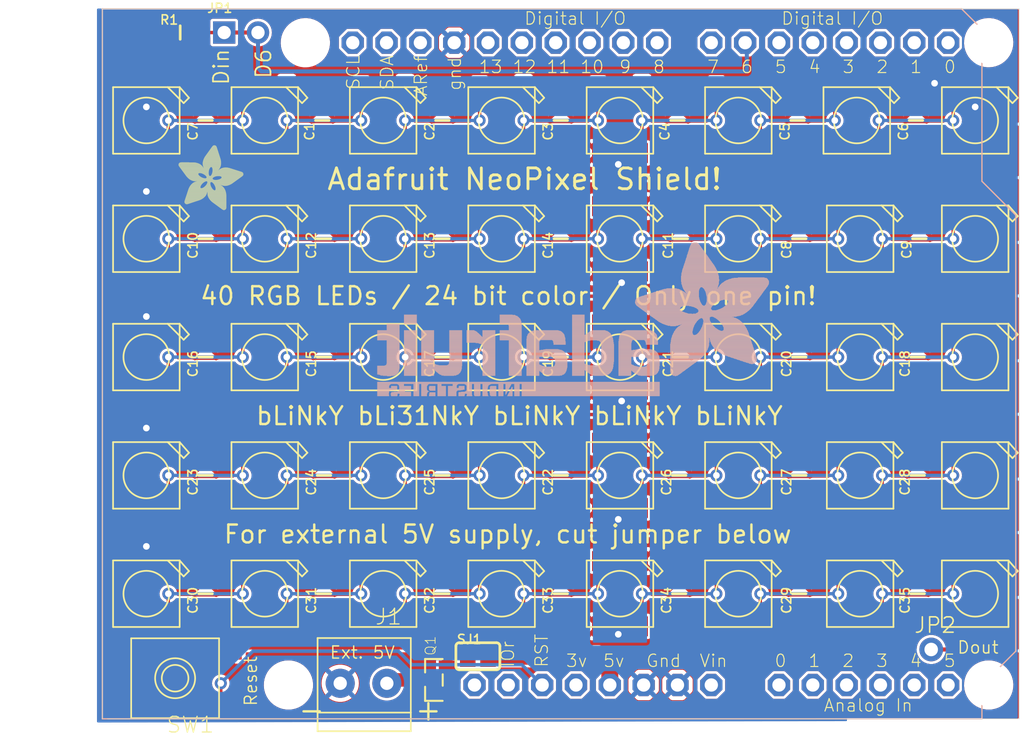
<source format=kicad_pcb>
(kicad_pcb (version 20221018) (generator pcbnew)
  (layers (0 "F.Cu" signal) (31 "B.Cu" signal) (34 "B.Paste" user) (35 "F.Paste" user) (36 "B.SilkS" user "B.Silkscreen") (37 "F.SilkS" user "F.Silkscreen") (38 "B.Mask" user) (39 "F.Mask" user) (44 "Edge.Cuts" user))
  (net 0 "")
  (net 1 "N$1")
  (net 2 "N$2")
  (net 3 "N$3")
  (net 4 "N$4")
  (net 5 "N$5")
  (net 6 "N$6")
  (net 7 "N$7")
  (net 8 "+5V")
  (net 9 "GND")
  (net 10 "3V")
  (net 11 "N$8")
  (net 12 "N$9")
  (net 13 "N$10")
  (net 14 "N$11")
  (net 15 "N$12")
  (net 16 "N$13")
  (net 17 "N$14")
  (net 18 "N$15")
  (net 19 "N$16")
  (net 20 "N$17")
  (net 21 "N$18")
  (net 22 "N$19")
  (net 23 "N$20")
  (net 24 "N$21")
  (net 25 "N$22")
  (net 26 "N$23")
  (net 27 "N$24")
  (net 28 "N$25")
  (net 29 "N$26")
  (net 30 "N$27")
  (net 31 "N$28")
  (net 32 "N$29")
  (net 33 "N$30")
  (net 34 "N$31")
  (net 35 "N$32")
  (net 36 "N$33")
  (net 37 "N$34")
  (net 38 "N$35")
  (net 39 "N$36")
  (net 40 "N$37")
  (net 41 "N$38")
  (net 42 "N$39")
  (net 43 "N$40")
  (net 44 "N$43")
  (net 45 "N$42")
  (net 46 "VIN")
  (net 47 "N$41")
  (net 48 "PWRIN")
  (net 49 "N$44")
  (footprint "working:_0805NO" (layer "F.Cu") (at 175.2981 113.3856 90)
    (fp_text reference "C28")
    (fp_text value "")
  )
  (footprint "working:_0805NO" (layer "F.Cu") (at 130.7211 104.4956 90)
    (fp_text reference "C15")
    (fp_text value "")
  )
  (footprint "working:_0805NO" (layer "F.Cu") (at 119.9261 80.1116)
    (fp_text reference "R1")
    (fp_text value "")
  )
  (footprint "" (layer "F.Cu") (at 180.6321 129.1336)
    (fp_text reference "@HOLE3" hide)
    (fp_text value "")
  )
  (footprint "working:_0805NO" (layer "F.Cu") (at 130.7211 95.6056 90)
    (fp_text reference "C12")
    (fp_text value "")
  )
  (footprint "working:_0805NO" (layer "F.Cu") (at 157.5181 95.6056 90)
    (fp_text reference "C11")
    (fp_text value "")
  )
  (footprint "working:_0805NO" (layer "F.Cu") (at 148.5011 122.2756 90)
    (fp_text reference "C33")
    (fp_text value "")
  )
  (footprint "working:_0805NO" (layer "F.Cu") (at 139.6111 104.4956 90)
    (fp_text reference "C17")
    (fp_text value "")
  )
  (footprint "working:_0805NO" (layer "F.Cu") (at 148.5011 86.7156 90)
    (fp_text reference "C3")
    (fp_text value "")
  )
  (footprint "working:_0805NO" (layer "F.Cu") (at 166.4081 113.3856 90)
    (fp_text reference "C27")
    (fp_text value "")
  )
  (footprint "working:_0805NO" (layer "F.Cu") (at 148.5011 95.6056 90)
    (fp_text reference "C14")
    (fp_text value "")
  )
  (footprint "working:SOT23-WIDE" (layer "F.Cu") (at 138.9761 128.7526 90)
    (fp_text reference "Q1")
    (fp_text value "IRLML6401")
  )
  (footprint "working:_0805NO" (layer "F.Cu") (at 166.4081 104.4956 90)
    (fp_text reference "C20")
    (fp_text value "")
  )
  (footprint "working:WS2812B" (layer "F.Cu") (at 144.0561 122.2756 -90)
    (fp_text reference "LED36" hide)
    (fp_text value "WS2812B5050" hide)
  )
  (footprint "working:WS2812B" (layer "F.Cu") (at 179.6161 104.4956 -90)
    (fp_text reference "LED24" hide)
    (fp_text value "WS2812B5050" hide)
  )
  (footprint "working:_0805NO" (layer "F.Cu") (at 139.6111 122.2756 90)
    (fp_text reference "C32")
    (fp_text value "")
  )
  (footprint "working:_0805NO" (layer "F.Cu") (at 175.1711 86.7156 90)
    (fp_text reference "C6")
    (fp_text value "")
  )
  (footprint "working:_0805NO" (layer "F.Cu") (at 121.8311 86.7156 90)
    (fp_text reference "C7")
    (fp_text value "")
  )
  (footprint "working:WS2812B" (layer "F.Cu") (at 161.8361 86.7156 -90)
    (fp_text reference "LED6" hide)
    (fp_text value "WS2812B5050" hide)
  )
  (footprint "working:_0805NO" (layer "F.Cu") (at 157.3911 113.3856 90)
    (fp_text reference "C26")
    (fp_text value "")
  )
  (footprint "working:FIDUCIAL_1MM" (layer "F.Cu") (at 115.4811 81.8896)
    (fp_text reference "FID2" hide)
    (fp_text value "FIDUCIAL\"\"" hide)
  )
  (footprint "working:WS2812B" (layer "F.Cu") (at 161.8361 104.4956 -90)
    (fp_text reference "LED22" hide)
    (fp_text value "WS2812B5050" hide)
  )
  (footprint "working:WS2812B" (layer "F.Cu") (at 179.6161 95.6056 -90)
    (fp_text reference "LED16" hide)
    (fp_text value "WS2812B5050" hide)
  )
  (footprint "" (layer "F.Cu") (at 180.6321 80.8736)
    (fp_text reference "@HOLE2" hide)
    (fp_text value "")
  )
  (footprint "working:WS2812B" (layer "F.Cu") (at 117.3861 86.7156 -90)
    (fp_text reference "LED1" hide)
    (fp_text value "WS2812B5050" hide)
  )
  (footprint "working:_0805NO" (layer "F.Cu") (at 121.8311 113.3856 90)
    (fp_text reference "C23")
    (fp_text value "")
  )
  (footprint "working:WS2812B" (layer "F.Cu") (at 179.6161 122.2756 -90)
    (fp_text reference "LED40" hide)
    (fp_text value "WS2812B5050" hide)
  )
  (footprint "working:WS2812B" (layer "F.Cu") (at 170.9801 113.3856 -90)
    (fp_text reference "LED31" hide)
    (fp_text value "WS2812B5050" hide)
  )
  (footprint "working:WS2812B" (layer "F.Cu") (at 135.1661 104.4956 -90)
    (fp_text reference "LED19" hide)
    (fp_text value "WS2812B5050" hide)
  )
  (footprint "working:ADAFRUIT_5MM" (layer "F.Cu") (at 119.7991 93.4466)
    (fp_text reference "U$1" hide)
    (fp_text value "" hide)
  )
  (footprint "" (layer "F.Cu") (at 129.3241 80.8736)
    (fp_text reference "@HOLE0" hide)
    (fp_text value "")
  )
  (footprint "working:WS2812B" (layer "F.Cu") (at 161.8361 122.2756 -90)
    (fp_text reference "LED38" hide)
    (fp_text value "WS2812B5050" hide)
  )
  (footprint "working:WS2812B" (layer "F.Cu") (at 126.2761 95.6056 -90)
    (fp_text reference "LED10" hide)
    (fp_text value "WS2812B5050" hide)
  )
  (footprint "working:EVQ-Q2" (layer "F.Cu") (at 119.5451 128.6256 180)
    (fp_text reference "SW1")
    (fp_text value "SPST_TACT-EVQQ2")
  )
  (footprint "working:WS2812B" (layer "F.Cu") (at 170.7261 86.7156 -90)
    (fp_text reference "LED7" hide)
    (fp_text value "WS2812B5050" hide)
  )
  (footprint "working:_0805NO" (layer "F.Cu") (at 166.4081 95.6056 90)
    (fp_text reference "C8")
    (fp_text value "")
  )
  (footprint "working:WS2812B" (layer "F.Cu") (at 170.9801 95.6056 -90)
    (fp_text reference "LED15" hide)
    (fp_text value "WS2812B5050" hide)
  )
  (footprint "working:_0805NO" (layer "F.Cu") (at 166.2811 86.7156 90)
    (fp_text reference "C5")
    (fp_text value "")
  )
  (footprint "working:WS2812B" (layer "F.Cu") (at 117.3861 113.3856 -90)
    (fp_text reference "LED25" hide)
    (fp_text value "WS2812B5050" hide)
  )
  (footprint "working:WS2812B" (layer "F.Cu") (at 152.9461 104.4956 -90)
    (fp_text reference "LED21" hide)
    (fp_text value "WS2812B5050" hide)
  )
  (footprint "working:1X02_ROUND" (layer "F.Cu") (at 124.4981 80.1116)
    (fp_text reference "JP1")
    (fp_text value "")
  )
  (footprint "working:WS2812B" (layer "F.Cu") (at 117.3861 104.4956 -90)
    (fp_text reference "LED17" hide)
    (fp_text value "WS2812B5050" hide)
  )
  (footprint "working:_0805NO" (layer "F.Cu") (at 130.7211 113.3856 90)
    (fp_text reference "C24")
    (fp_text value "")
  )
  (footprint "working:WS2812B" (layer "F.Cu") (at 161.8361 113.3856 -90)
    (fp_text reference "LED30" hide)
    (fp_text value "WS2812B5050" hide)
  )
  (footprint "working:_0805NO" (layer "F.Cu") (at 121.8311 122.2756 90)
    (fp_text reference "C30")
    (fp_text value "")
  )
  (footprint "working:_0805NO" (layer "F.Cu") (at 166.4081 122.2756 90)
    (fp_text reference "C29")
    (fp_text value "")
  )
  (footprint "working:1X01-CLEANBIG" (layer "F.Cu") (at 176.3141 126.4666)
    (fp_text reference "JP2")
    (fp_text value "")
  )
  (footprint "working:_0805NO" (layer "F.Cu") (at 175.2981 122.2756 90)
    (fp_text reference "C35")
    (fp_text value "")
  )
  (footprint "working:WS2812B" (layer "F.Cu") (at 135.1661 86.7156 -90)
    (fp_text reference "LED3" hide)
    (fp_text value "WS2812B5050" hide)
  )
  (footprint "working:_0805NO" (layer "F.Cu") (at 175.2981 104.4956 90)
    (fp_text reference "C18")
    (fp_text value "")
  )
  (footprint "working:WS2812B" (layer "F.Cu") (at 170.9801 122.2756 -90)
    (fp_text reference "LED39" hide)
    (fp_text value "WS2812B5050" hide)
  )
  (footprint "working:WS2812B" (layer "F.Cu") (at 135.1661 113.3856 -90)
    (fp_text reference "LED27" hide)
    (fp_text value "WS2812B5050" hide)
  )
  (footprint "working:FIDUCIAL_1MM" (layer "F.Cu") (at 162.3441 129.1336)
    (fp_text reference "FID1" hide)
    (fp_text value "FIDUCIAL\"\"" hide)
  )
  (footprint "working:_0805NO" (layer "F.Cu") (at 139.6111 95.6056 90)
    (fp_text reference "C13")
    (fp_text value "")
  )
  (footprint "working:WS2812B" (layer "F.Cu") (at 144.0561 95.6056 -90)
    (fp_text reference "LED12" hide)
    (fp_text value "WS2812B5050" hide)
  )
  (footprint "working:_0805NO" (layer "F.Cu") (at 130.5941 86.7156 90)
    (fp_text reference "C1")
    (fp_text value "")
  )
  (footprint "working:ARDUINOR3-BPLACE" (layer "F.Cu") (at 114.0841 131.6736)
    (fp_text reference "U1" hide)
    (fp_text value "ARDUINOR3-BPLACE" hide)
  )
  (footprint "working:WS2812B" (layer "F.Cu") (at 144.0561 86.7156 -90)
    (fp_text reference "LED4" hide)
    (fp_text value "WS2812B5050" hide)
  )
  (footprint "working:WS2812B" (layer "F.Cu") (at 152.9461 113.3856 -90)
    (fp_text reference "LED29" hide)
    (fp_text value "WS2812B5050" hide)
  )
  (footprint "working:1X2-3.5MM" (layer "F.Cu") (at 133.6421 129.0066)
    (fp_text reference "J1")
    (fp_text value "1X2-3.5MM" hide)
  )
  (footprint "working:_0805NO" (layer "F.Cu") (at 139.6111 113.3856 90)
    (fp_text reference "C25")
    (fp_text value "")
  )
  (footprint "working:SOLDERJUMPER_CLOSEDWIRE" (layer "F.Cu") (at 142.2781 126.9746)
    (fp_text reference "SJ1")
    (fp_text value "")
  )
  (footprint "working:FIDUCIAL_1MM" (layer "F.Cu") (at 179.3621 83.1596)
    (fp_text reference "FID3" hide)
    (fp_text value "FIDUCIAL\"\"" hide)
  )
  (footprint "working:WS2812B" (layer "F.Cu") (at 170.9801 104.4956 -90)
    (fp_text reference "LED23" hide)
    (fp_text value "WS2812B5050" hide)
  )
  (footprint "working:_0805NO" (layer "F.Cu") (at 139.6111 86.7156 90)
    (fp_text reference "C2")
    (fp_text value "")
  )
  (footprint "working:WS2812B" (layer "F.Cu") (at 152.9461 86.7156 -90)
    (fp_text reference "LED5" hide)
    (fp_text value "WS2812B5050" hide)
  )
  (footprint "working:WS2812B" (layer "F.Cu") (at 144.0561 113.3856 -90)
    (fp_text reference "LED28" hide)
    (fp_text value "WS2812B5050" hide)
  )
  (footprint "working:_0805NO" (layer "F.Cu") (at 157.5181 104.4956 90)
    (fp_text reference "C21")
    (fp_text value "")
  )
  (footprint "working:WS2812B" (layer "F.Cu") (at 126.2761 113.3856 -90)
    (fp_text reference "LED26" hide)
    (fp_text value "WS2812B5050" hide)
  )
  (footprint "working:WS2812B" (layer "F.Cu") (at 126.2761 104.4956 -90)
    (fp_text reference "LED18" hide)
    (fp_text value "WS2812B5050" hide)
  )
  (footprint "working:WS2812B" (layer "F.Cu") (at 126.2761 86.7156 -90)
    (fp_text reference "LED2" hide)
    (fp_text value "WS2812B5050" hide)
  )
  (footprint "working:WS2812B" (layer "F.Cu") (at 161.8361 95.6056 -90)
    (fp_text reference "LED14" hide)
    (fp_text value "WS2812B5050" hide)
  )
  (footprint "working:_0805NO" (layer "F.Cu") (at 157.3911 122.2756 90)
    (fp_text reference "C34")
    (fp_text value "")
  )
  (footprint "working:WS2812B" (layer "F.Cu") (at 126.2761 122.2756 -90)
    (fp_text reference "LED34" hide)
    (fp_text value "WS2812B5050" hide)
  )
  (footprint "working:WS2812B" (layer "F.Cu") (at 135.1661 122.2756 -90)
    (fp_text reference "LED35" hide)
    (fp_text value "WS2812B5050" hide)
  )
  (footprint "working:_0805NO" (layer "F.Cu") (at 157.2641 86.7156 90)
    (fp_text reference "C4")
    (fp_text value "")
  )
  (footprint "working:WS2812B" (layer "F.Cu") (at 117.3861 95.6056 -90)
    (fp_text reference "LED9" hide)
    (fp_text value "WS2812B5050" hide)
  )
  (footprint "working:WS2812B" (layer "F.Cu") (at 179.6161 86.7156 -90)
    (fp_text reference "LED8" hide)
    (fp_text value "WS2812B5050" hide)
  )
  (footprint "working:WS2812B" (layer "F.Cu") (at 152.9461 122.2756 -90)
    (fp_text reference "LED37" hide)
    (fp_text value "WS2812B5050" hide)
  )
  (footprint "working:_0805NO" (layer "F.Cu") (at 148.5011 113.3856 90)
    (fp_text reference "C22")
    (fp_text value "")
  )
  (footprint "working:WS2812B" (layer "F.Cu") (at 135.1661 95.6056 -90)
    (fp_text reference "LED11" hide)
    (fp_text value "WS2812B5050" hide)
  )
  (footprint "working:_0805NO" (layer "F.Cu") (at 175.4251 95.6056 90)
    (fp_text reference "C9")
    (fp_text value "")
  )
  (footprint "working:WS2812B" (layer "F.Cu") (at 152.9461 95.6056 -90)
    (fp_text reference "LED13" hide)
    (fp_text value "WS2812B5050" hide)
  )
  (footprint "working:WS2812B" (layer "F.Cu") (at 117.3861 122.2756 -90)
    (fp_text reference "LED33" hide)
    (fp_text value "WS2812B5050" hide)
  )
  (footprint "working:_0805NO" (layer "F.Cu") (at 121.8311 104.4956 90)
    (fp_text reference "C16")
    (fp_text value "")
  )
  (footprint "working:_0805NO" (layer "F.Cu") (at 121.8311 95.6056 90)
    (fp_text reference "C10")
    (fp_text value "")
  )
  (footprint "working:WS2812B" (layer "F.Cu") (at 179.6161 113.3856 -90)
    (fp_text reference "LED32" hide)
    (fp_text value "WS2812B5050" hide)
  )
  (footprint "working:_0805NO" (layer "F.Cu") (at 148.5011 104.4956 90)
    (fp_text reference "C19")
    (fp_text value "")
  )
  (footprint "working:WS2812B" (layer "F.Cu") (at 144.0561 104.4956 -90)
    (fp_text reference "LED20" hide)
    (fp_text value "WS2812B5050" hide)
  )
  (footprint "working:_0805NO" (layer "F.Cu") (at 130.7211 122.2756 90)
    (fp_text reference "C31")
    (fp_text value "")
  )
  (footprint "" (layer "F.Cu") (at 128.0541 129.1336)
    (fp_text reference "@HOLE1" hide)
    (fp_text value "")
  )
  (footprint "working:ADAFRUIT_TEXT_30MM" (layer "B.Cu") (at 164.3761 107.4166 180)
    (fp_text reference "U$2" hide)
    (fp_text value "" hide)
  )
  (gr_line (start 182.9181 78.3336) (end 182.9181 131.6736) (stroke (width 0.05)) (layer "Edge.Cuts"))
  (gr_line (start 182.9181 131.6736) (end 114.4651 131.6736) (stroke (width 0.05)) (layer "Edge.Cuts"))
  (gr_line (start 114.0841 131.6736) (end 114.0841 78.3336) (stroke (width 0.05)) (layer "Edge.Cuts"))
  (gr_line (start 114.0841 78.3336) (end 182.9181 78.3336) (stroke (width 0.05)) (layer "Edge.Cuts"))
  (gr_text "bLiNkY bLi31NkY bLiNkY bLiNkY bLiNkY" (at 125.5141 109.7026) (layer "F.SilkS") (effects (font (size 1.34112 1.34112) (thickness 0.18288)) (justify left bottom)))
  (gr_text "Reset" (at 125.7681 130.7846 90) (layer "F.SilkS") (effects (font (size 0.9144 0.9144) (thickness 0.1016)) (justify left bottom)))
  (gr_text "Dout" (at 178.2191 126.8476) (layer "F.SilkS") (effects (font (size 0.9144 0.9144) (thickness 0.1016)) (justify left bottom)))
  (gr_text "Adafruit NeoPixel Shield!" (at 130.8481 92.0496) (layer "F.SilkS") (effects (font (size 1.56464 1.56464) (thickness 0.21336)) (justify left bottom)))
  (gr_text "-" (at 128.6891 131.9276) (layer "F.SilkS") (effects (font (size 1.6002 1.6002) (thickness 0.1778)) (justify left bottom)))
  (gr_text "40 RGB LEDs / 24 bit color / Only one pin!" (at 121.3231 100.6856) (layer "F.SilkS") (effects (font (size 1.34112 1.34112) (thickness 0.18288)) (justify left bottom)))
  (gr_text "+" (at 137.4521 131.9276) (layer "F.SilkS") (effects (font (size 1.6002 1.6002) (thickness 0.1778)) (justify left bottom)))
  (gr_text "For external 5V supply, cut jumper below" (at 123.1011 118.5926) (layer "F.SilkS") (effects (font (size 1.34112 1.34112) (thickness 0.18288)) (justify left bottom)))
  (gr_text "D6" (at 125.5141 81.2546 90) (layer "F.SilkS") (effects (font (size 1.143 1.143) (thickness 0.127)) (justify right top)))
  (gr_text "Ext. 5V" (at 131.1021 127.2286) (layer "F.SilkS") (effects (font (size 0.9144 0.9144) (thickness 0.1016)) (justify left bottom)))
  (gr_text "Din" (at 122.3391 81.2546 90) (layer "F.SilkS") (effects (font (size 1.143 1.143) (thickness 0.127)) (justify right top)))
  (segment (start 119.0361 89.1656) (end 119.0361 86.7156) (width 0.254) (layer "F.Cu") (net 1))
  (segment (start 124.6261 84.2656) (end 124.6261 86.7156) (width 0.254) (layer "F.Cu") (net 1))
  (via (at 124.6261 86.7156) (size 0.9064) (drill 0.5) (layers "F.Cu" "B.Cu") (net 1))
  (via (at 119.0361 86.7156) (size 0.9064) (drill 0.5) (layers "F.Cu" "B.Cu") (net 1))
  (segment (start 124.6261 86.7156) (end 119.0361 86.7156) (width 0.254) (layer "B.Cu") (net 1))
  (segment (start 133.5161 84.2656) (end 133.5161 86.7156) (width 0.254) (layer "F.Cu") (net 2))
  (segment (start 127.9261 89.1656) (end 127.9261 86.7156) (width 0.254) (layer "F.Cu") (net 2))
  (via (at 133.5161 86.7156) (size 0.9064) (drill 0.5) (layers "F.Cu" "B.Cu") (net 2))
  (via (at 127.9261 86.7156) (size 0.9064) (drill 0.5) (layers "F.Cu" "B.Cu") (net 2))
  (segment (start 133.5161 86.7156) (end 127.9261 86.7156) (width 0.254) (layer "B.Cu") (net 2))
  (segment (start 136.8161 86.7156) (end 136.8161 89.1656) (width 0.254) (layer "F.Cu") (net 3))
  (segment (start 142.4061 84.2656) (end 142.4061 86.7156) (width 0.254) (layer "F.Cu") (net 3))
  (via (at 136.8161 86.7156) (size 0.9064) (drill 0.5) (layers "F.Cu" "B.Cu") (net 3))
  (via (at 142.4061 86.7156) (size 0.9064) (drill 0.5) (layers "F.Cu" "B.Cu") (net 3))
  (segment (start 142.4061 86.7156) (end 136.8161 86.7156) (width 0.254) (layer "B.Cu") (net 3))
  (segment (start 145.7061 86.7156) (end 145.7061 89.1656) (width 0.254) (layer "F.Cu") (net 4))
  (segment (start 151.2961 84.2656) (end 151.2961 86.7156) (width 0.254) (layer "F.Cu") (net 4))
  (via (at 151.2961 86.7156) (size 0.9064) (drill 0.5) (layers "F.Cu" "B.Cu") (net 4))
  (via (at 145.7061 86.7156) (size 0.9064) (drill 0.5) (layers "F.Cu" "B.Cu") (net 4))
  (segment (start 151.2961 86.7156) (end 145.7061 86.7156) (width 0.254) (layer "B.Cu") (net 4))
  (segment (start 160.1861 84.2656) (end 160.1861 86.7156) (width 0.254) (layer "F.Cu") (net 5))
  (segment (start 154.5961 86.7156) (end 154.5961 89.1656) (width 0.254) (layer "F.Cu") (net 5))
  (via (at 154.5961 86.7156) (size 0.9064) (drill 0.5) (layers "F.Cu" "B.Cu") (net 5))
  (via (at 160.1861 86.7156) (size 0.9064) (drill 0.5) (layers "F.Cu" "B.Cu") (net 5))
  (segment (start 160.1861 86.7156) (end 154.5961 86.7156) (width 0.254) (layer "B.Cu") (net 5))
  (segment (start 169.0761 84.2656) (end 169.0761 86.7156) (width 0.254) (layer "F.Cu") (net 6))
  (segment (start 163.4861 89.1656) (end 163.4861 86.7156) (width 0.254) (layer "F.Cu") (net 6))
  (via (at 163.4861 86.7156) (size 0.9064) (drill 0.5) (layers "F.Cu" "B.Cu") (net 6))
  (via (at 169.0761 86.7156) (size 0.9064) (drill 0.5) (layers "F.Cu" "B.Cu") (net 6))
  (segment (start 169.0761 86.7156) (end 163.4861 86.7156) (width 0.254) (layer "B.Cu") (net 6))
  (segment (start 177.9661 84.2656) (end 177.9661 86.7156) (width 0.254) (layer "F.Cu") (net 7))
  (segment (start 172.3761 86.7156) (end 172.3761 89.1656) (width 0.254) (layer "F.Cu") (net 7))
  (via (at 172.3761 86.7156) (size 0.9064) (drill 0.5) (layers "F.Cu" "B.Cu") (net 7))
  (via (at 177.9661 86.7156) (size 0.9064) (drill 0.5) (layers "F.Cu" "B.Cu") (net 7))
  (segment (start 177.9661 86.7156) (end 172.3761 86.7156) (width 0.254) (layer "B.Cu") (net 7))
  (segment (start 139.9761 125.8316) (end 139.7381 125.8316) (width 0.8128) (layer "F.Cu") (net 8))
  (segment (start 139.9761 127.8026) (end 139.9761 125.8316) (width 0.8128) (layer "F.Cu") (net 8))
  (via (at 153.0731 98.9076) (size 0.9064) (drill 0.5) (layers "F.Cu" "B.Cu") (net 8))
  (via (at 152.8191 125.3236) (size 0.9064) (drill 0.5) (layers "F.Cu" "B.Cu") (net 8))
  (via (at 153.0731 107.7976) (size 0.9064) (drill 0.5) (layers "F.Cu" "B.Cu") (net 8))
  (via (at 152.8191 116.6876) (size 0.9064) (drill 0.5) (layers "F.Cu" "B.Cu") (net 8))
  (via (at 152.8191 90.0176) (size 0.9064) (drill 0.5) (layers "F.Cu" "B.Cu") (net 8))
  (via (at 179.6161 85.6996) (size 0.9064) (drill 0.5) (layers "F.Cu" "B.Cu") (net 9))
  (via (at 117.3861 118.7196) (size 0.9064) (drill 0.5) (layers "F.Cu" "B.Cu") (net 9))
  (via (at 117.3861 109.8296) (size 0.9064) (drill 0.5) (layers "F.Cu" "B.Cu") (net 9))
  (via (at 117.3861 101.4476) (size 0.9064) (drill 0.5) (layers "F.Cu" "B.Cu") (net 9))
  (via (at 117.3861 92.0496) (size 0.9064) (drill 0.5) (layers "F.Cu" "B.Cu") (net 9))
  (via (at 117.3861 85.6996) (size 0.9064) (drill 0.5) (layers "F.Cu" "B.Cu") (net 9))
  (via (at 176.5681 83.9216) (size 0.9064) (drill 0.5) (layers "F.Cu" "B.Cu") (net 9))
  (segment (start 119.0361 98.0556) (end 119.0361 95.6056) (width 0.254) (layer "F.Cu") (net 11))
  (segment (start 124.6261 93.1556) (end 124.6261 95.6056) (width 0.254) (layer "F.Cu") (net 11))
  (via (at 119.0361 95.6056) (size 0.9064) (drill 0.5) (layers "F.Cu" "B.Cu") (net 11))
  (via (at 124.6261 95.6056) (size 0.9064) (drill 0.5) (layers "F.Cu" "B.Cu") (net 11))
  (segment (start 124.6261 95.6056) (end 119.0361 95.6056) (width 0.254) (layer "B.Cu") (net 11))
  (segment (start 133.5161 93.1556) (end 133.5161 95.6056) (width 0.254) (layer "F.Cu") (net 12))
  (segment (start 127.9261 95.6056) (end 127.9261 98.0556) (width 0.254) (layer "F.Cu") (net 12))
  (via (at 127.9261 95.6056) (size 0.9064) (drill 0.5) (layers "F.Cu" "B.Cu") (net 12))
  (via (at 133.5161 95.6056) (size 0.9064) (drill 0.5) (layers "F.Cu" "B.Cu") (net 12))
  (segment (start 133.5161 95.6056) (end 127.9261 95.6056) (width 0.254) (layer "B.Cu") (net 12))
  (segment (start 142.4061 93.1556) (end 142.4061 95.6056) (width 0.254) (layer "F.Cu") (net 13))
  (segment (start 136.8161 95.6056) (end 136.8161 98.0556) (width 0.254) (layer "F.Cu") (net 13))
  (via (at 142.4061 95.6056) (size 0.9064) (drill 0.5) (layers "F.Cu" "B.Cu") (net 13))
  (via (at 136.8161 95.6056) (size 0.9064) (drill 0.5) (layers "F.Cu" "B.Cu") (net 13))
  (segment (start 142.4061 95.6056) (end 136.8161 95.6056) (width 0.254) (layer "B.Cu") (net 13))
  (segment (start 145.7061 98.0556) (end 145.7061 95.6056) (width 0.254) (layer "F.Cu") (net 14))
  (segment (start 151.2961 93.1556) (end 151.2961 95.6056) (width 0.254) (layer "F.Cu") (net 14))
  (via (at 145.7061 95.6056) (size 0.9064) (drill 0.5) (layers "F.Cu" "B.Cu") (net 14))
  (via (at 151.2961 95.6056) (size 0.9064) (drill 0.5) (layers "F.Cu" "B.Cu") (net 14))
  (segment (start 151.2961 95.6056) (end 145.7061 95.6056) (width 0.254) (layer "B.Cu") (net 14))
  (segment (start 160.1861 93.1556) (end 160.1861 95.6056) (width 0.254) (layer "F.Cu") (net 15))
  (segment (start 154.5961 98.0556) (end 154.5961 95.6056) (width 0.254) (layer "F.Cu") (net 15))
  (via (at 160.1861 95.6056) (size 0.9064) (drill 0.5) (layers "F.Cu" "B.Cu") (net 15))
  (via (at 154.5961 95.6056) (size 0.9064) (drill 0.5) (layers "F.Cu" "B.Cu") (net 15))
  (segment (start 160.1861 95.6056) (end 154.5961 95.6056) (width 0.254) (layer "B.Cu") (net 15))
  (segment (start 169.3301 93.1556) (end 169.3301 95.6056) (width 0.254) (layer "F.Cu") (net 16))
  (segment (start 163.4861 95.6056) (end 163.4861 98.0556) (width 0.254) (layer "F.Cu") (net 16))
  (via (at 169.3301 95.6056) (size 0.9064) (drill 0.5) (layers "F.Cu" "B.Cu") (net 16))
  (via (at 163.4861 95.6056) (size 0.9064) (drill 0.5) (layers "F.Cu" "B.Cu") (net 16))
  (segment (start 169.3301 95.6056) (end 163.4861 95.6056) (width 0.254) (layer "B.Cu") (net 16))
  (segment (start 177.9661 93.1556) (end 177.9661 95.6056) (width 0.254) (layer "F.Cu") (net 17))
  (segment (start 172.6301 95.6056) (end 172.6301 98.0556) (width 0.254) (layer "F.Cu") (net 17))
  (via (at 177.9661 95.6056) (size 0.9064) (drill 0.5) (layers "F.Cu" "B.Cu") (net 17))
  (via (at 172.6301 95.6056) (size 0.9064) (drill 0.5) (layers "F.Cu" "B.Cu") (net 17))
  (segment (start 177.9661 95.6056) (end 172.6301 95.6056) (width 0.254) (layer "B.Cu") (net 17))
  (segment (start 181.0121 91.0336) (end 115.9901 91.0336) (width 0.254) (layer "F.Cu") (net 18))
  (segment (start 115.7361 91.2876) (end 115.7361 93.1556) (width 0.254) (layer "F.Cu") (net 18))
  (segment (start 181.2661 90.7796) (end 181.0121 91.0336) (width 0.254) (layer "F.Cu") (net 18))
  (segment (start 115.9901 91.0336) (end 115.7361 91.2876) (width 0.254) (layer "F.Cu") (net 18))
  (segment (start 181.2661 89.1656) (end 181.2661 90.7796) (width 0.254) (layer "F.Cu") (net 18))
  (segment (start 119.0361 106.9456) (end 119.0361 104.4956) (width 0.254) (layer "F.Cu") (net 19))
  (segment (start 124.6261 102.0456) (end 124.6261 104.4956) (width 0.254) (layer "F.Cu") (net 19))
  (via (at 124.6261 104.4956) (size 0.9064) (drill 0.5) (layers "F.Cu" "B.Cu") (net 19))
  (via (at 119.0361 104.4956) (size 0.9064) (drill 0.5) (layers "F.Cu" "B.Cu") (net 19))
  (segment (start 124.6261 104.4956) (end 119.0361 104.4956) (width 0.254) (layer "B.Cu") (net 19))
  (segment (start 133.5161 102.0456) (end 133.5161 104.4956) (width 0.254) (layer "F.Cu") (net 20))
  (segment (start 127.9261 106.9456) (end 127.9261 104.4956) (width 0.254) (layer "F.Cu") (net 20))
  (via (at 133.5161 104.4956) (size 0.9064) (drill 0.5) (layers "F.Cu" "B.Cu") (net 20))
  (via (at 127.9261 104.4956) (size 0.9064) (drill 0.5) (layers "F.Cu" "B.Cu") (net 20))
  (segment (start 133.5161 104.4956) (end 127.9261 104.4956) (width 0.254) (layer "B.Cu") (net 20))
  (segment (start 142.4061 102.0456) (end 142.4061 104.4956) (width 0.254) (layer "F.Cu") (net 21))
  (segment (start 136.8161 106.9456) (end 136.8161 104.4956) (width 0.254) (layer "F.Cu") (net 21))
  (via (at 142.4061 104.4956) (size 0.9064) (drill 0.5) (layers "F.Cu" "B.Cu") (net 21))
  (via (at 136.8161 104.4956) (size 0.9064) (drill 0.5) (layers "F.Cu" "B.Cu") (net 21))
  (segment (start 142.4061 104.4956) (end 136.8161 104.4956) (width 0.254) (layer "B.Cu") (net 21))
  (segment (start 145.7061 106.9456) (end 145.7061 104.4956) (width 0.254) (layer "F.Cu") (net 22))
  (segment (start 151.2961 102.0456) (end 151.2961 104.4956) (width 0.254) (layer "F.Cu") (net 22))
  (via (at 151.2961 104.4956) (size 0.9064) (drill 0.5) (layers "F.Cu" "B.Cu") (net 22))
  (via (at 145.7061 104.4956) (size 0.9064) (drill 0.5) (layers "F.Cu" "B.Cu") (net 22))
  (segment (start 151.2961 104.4956) (end 145.7061 104.4956) (width 0.254) (layer "B.Cu") (net 22))
  (segment (start 160.1861 102.0456) (end 160.1861 104.4956) (width 0.254) (layer "F.Cu") (net 23))
  (segment (start 154.5961 106.9456) (end 154.5961 104.4956) (width 0.254) (layer "F.Cu") (net 23))
  (via (at 154.5961 104.4956) (size 0.9064) (drill 0.5) (layers "F.Cu" "B.Cu") (net 23))
  (via (at 160.1861 104.4956) (size 0.9064) (drill 0.5) (layers "F.Cu" "B.Cu") (net 23))
  (segment (start 160.1861 104.4956) (end 154.5961 104.4956) (width 0.254) (layer "B.Cu") (net 23))
  (segment (start 163.4861 106.9456) (end 163.4861 104.4956) (width 0.254) (layer "F.Cu") (net 24))
  (segment (start 169.3301 102.0456) (end 169.3301 104.4956) (width 0.254) (layer "F.Cu") (net 24))
  (via (at 163.4861 104.4956) (size 0.9064) (drill 0.5) (layers "F.Cu" "B.Cu") (net 24))
  (via (at 169.3301 104.4956) (size 0.9064) (drill 0.5) (layers "F.Cu" "B.Cu") (net 24))
  (segment (start 169.3301 104.4956) (end 163.4861 104.4956) (width 0.254) (layer "B.Cu") (net 24))
  (segment (start 172.6301 106.9456) (end 172.6301 104.4956) (width 0.254) (layer "F.Cu") (net 25))
  (segment (start 177.9661 102.0456) (end 177.9661 104.4956) (width 0.254) (layer "F.Cu") (net 25))
  (via (at 172.6301 104.4956) (size 0.9064) (drill 0.5) (layers "F.Cu" "B.Cu") (net 25))
  (via (at 177.9661 104.4956) (size 0.9064) (drill 0.5) (layers "F.Cu" "B.Cu") (net 25))
  (segment (start 177.9661 104.4956) (end 172.6301 104.4956) (width 0.254) (layer "B.Cu") (net 25))
  (segment (start 115.9901 99.9236) (end 115.7361 100.1776) (width 0.254) (layer "F.Cu") (net 26))
  (segment (start 181.0121 99.9236) (end 115.9901 99.9236) (width 0.254) (layer "F.Cu") (net 26))
  (segment (start 181.2661 98.0556) (end 181.2661 99.6696) (width 0.254) (layer "F.Cu") (net 26))
  (segment (start 115.7361 100.1776) (end 115.7361 102.0456) (width 0.254) (layer "F.Cu") (net 26))
  (segment (start 181.2661 99.6696) (end 181.0121 99.9236) (width 0.254) (layer "F.Cu") (net 26))
  (segment (start 124.6261 110.9356) (end 124.6261 113.3856) (width 0.254) (layer "F.Cu") (net 27))
  (segment (start 119.0361 115.8356) (end 119.0361 113.3856) (width 0.254) (layer "F.Cu") (net 27))
  (via (at 124.6261 113.3856) (size 0.9064) (drill 0.5) (layers "F.Cu" "B.Cu") (net 27))
  (via (at 119.0361 113.3856) (size 0.9064) (drill 0.5) (layers "F.Cu" "B.Cu") (net 27))
  (segment (start 124.6261 113.3856) (end 119.0361 113.3856) (width 0.254) (layer "B.Cu") (net 27))
  (segment (start 127.9261 115.8356) (end 127.9261 113.3856) (width 0.254) (layer "F.Cu") (net 28))
  (segment (start 133.5161 110.9356) (end 133.5161 113.3856) (width 0.254) (layer "F.Cu") (net 28))
  (via (at 133.5161 113.3856) (size 0.9064) (drill 0.5) (layers "F.Cu" "B.Cu") (net 28))
  (via (at 127.9261 113.3856) (size 0.9064) (drill 0.5) (layers "F.Cu" "B.Cu") (net 28))
  (segment (start 133.5161 113.3856) (end 127.9261 113.3856) (width 0.254) (layer "B.Cu") (net 28))
  (segment (start 136.8161 113.3856) (end 136.8161 115.8356) (width 0.254) (layer "F.Cu") (net 29))
  (segment (start 142.4061 110.9356) (end 142.4061 113.3856) (width 0.254) (layer "F.Cu") (net 29))
  (via (at 136.8161 113.3856) (size 0.9064) (drill 0.5) (layers "F.Cu" "B.Cu") (net 29))
  (via (at 142.4061 113.3856) (size 0.9064) (drill 0.5) (layers "F.Cu" "B.Cu") (net 29))
  (segment (start 142.4061 113.3856) (end 136.8161 113.3856) (width 0.254) (layer "B.Cu") (net 29))
  (segment (start 151.2961 110.9356) (end 151.2961 113.3856) (width 0.254) (layer "F.Cu") (net 30))
  (segment (start 145.7061 113.3856) (end 145.7061 115.8356) (width 0.254) (layer "F.Cu") (net 30))
  (via (at 151.2961 113.3856) (size 0.9064) (drill 0.5) (layers "F.Cu" "B.Cu") (net 30))
  (via (at 145.7061 113.3856) (size 0.9064) (drill 0.5) (layers "F.Cu" "B.Cu") (net 30))
  (segment (start 151.2961 113.3856) (end 145.7061 113.3856) (width 0.254) (layer "B.Cu") (net 30))
  (segment (start 160.1861 110.9356) (end 160.1861 113.3856) (width 0.254) (layer "F.Cu") (net 31))
  (segment (start 154.5961 115.8356) (end 154.5961 113.3856) (width 0.254) (layer "F.Cu") (net 31))
  (via (at 154.5961 113.3856) (size 0.9064) (drill 0.5) (layers "F.Cu" "B.Cu") (net 31))
  (via (at 160.1861 113.3856) (size 0.9064) (drill 0.5) (layers "F.Cu" "B.Cu") (net 31))
  (segment (start 154.5961 113.3856) (end 160.1861 113.3856) (width 0.254) (layer "B.Cu") (net 31))
  (segment (start 163.4861 115.8356) (end 163.4861 113.3856) (width 0.254) (layer "F.Cu") (net 32))
  (segment (start 169.3301 110.9356) (end 169.3301 113.3856) (width 0.254) (layer "F.Cu") (net 32))
  (via (at 169.3301 113.3856) (size 0.9064) (drill 0.5) (layers "F.Cu" "B.Cu") (net 32))
  (via (at 163.4861 113.3856) (size 0.9064) (drill 0.5) (layers "F.Cu" "B.Cu") (net 32))
  (segment (start 169.3301 113.3856) (end 163.4861 113.3856) (width 0.254) (layer "B.Cu") (net 32))
  (segment (start 177.9661 110.9356) (end 177.9661 113.3856) (width 0.254) (layer "F.Cu") (net 33))
  (segment (start 172.6301 115.8356) (end 172.6301 113.3856) (width 0.254) (layer "F.Cu") (net 33))
  (via (at 172.6301 113.3856) (size 0.9064) (drill 0.5) (layers "F.Cu" "B.Cu") (net 33))
  (via (at 177.9661 113.3856) (size 0.9064) (drill 0.5) (layers "F.Cu" "B.Cu") (net 33))
  (segment (start 172.6301 113.3856) (end 177.9661 113.3856) (width 0.254) (layer "B.Cu") (net 33))
  (segment (start 181.2661 108.5596) (end 181.0121 108.8136) (width 0.254) (layer "F.Cu") (net 34))
  (segment (start 115.7361 109.0676) (end 115.7361 110.9356) (width 0.254) (layer "F.Cu") (net 34))
  (segment (start 115.9901 108.8136) (end 115.7361 109.0676) (width 0.254) (layer "F.Cu") (net 34))
  (segment (start 181.2661 106.9456) (end 181.2661 108.5596) (width 0.254) (layer "F.Cu") (net 34))
  (segment (start 181.0121 108.8136) (end 115.9901 108.8136) (width 0.254) (layer "F.Cu") (net 34))
  (segment (start 119.0361 124.7256) (end 119.0361 122.2756) (width 0.254) (layer "F.Cu") (net 35))
  (segment (start 124.6261 119.8256) (end 124.6261 122.2756) (width 0.254) (layer "F.Cu") (net 35))
  (via (at 124.6261 122.2756) (size 0.9064) (drill 0.5) (layers "F.Cu" "B.Cu") (net 35))
  (via (at 119.0361 122.2756) (size 0.9064) (drill 0.5) (layers "F.Cu" "B.Cu") (net 35))
  (segment (start 124.6261 122.2756) (end 119.0361 122.2756) (width 0.254) (layer "B.Cu") (net 35))
  (segment (start 127.9261 124.7256) (end 127.9261 122.2756) (width 0.254) (layer "F.Cu") (net 36))
  (segment (start 133.5161 119.8256) (end 133.5161 122.2756) (width 0.254) (layer "F.Cu") (net 36))
  (via (at 127.9261 122.2756) (size 0.9064) (drill 0.5) (layers "F.Cu" "B.Cu") (net 36))
  (via (at 133.5161 122.2756) (size 0.9064) (drill 0.5) (layers "F.Cu" "B.Cu") (net 36))
  (segment (start 133.5161 122.2756) (end 127.9261 122.2756) (width 0.254) (layer "B.Cu") (net 36))
  (segment (start 136.8161 122.2756) (end 136.8161 124.7256) (width 0.254) (layer "F.Cu") (net 37))
  (segment (start 142.4061 119.8256) (end 142.4061 122.2756) (width 0.254) (layer "F.Cu") (net 37))
  (via (at 142.4061 122.2756) (size 0.9064) (drill 0.5) (layers "F.Cu" "B.Cu") (net 37))
  (via (at 136.8161 122.2756) (size 0.9064) (drill 0.5) (layers "F.Cu" "B.Cu") (net 37))
  (segment (start 142.4061 122.2756) (end 136.8161 122.2756) (width 0.254) (layer "B.Cu") (net 37))
  (segment (start 145.7061 122.2756) (end 145.7061 124.7256) (width 0.254) (layer "F.Cu") (net 38))
  (segment (start 151.2961 119.8256) (end 151.2961 122.2756) (width 0.254) (layer "F.Cu") (net 38))
  (via (at 145.7061 122.2756) (size 0.9064) (drill 0.5) (layers "F.Cu" "B.Cu") (net 38))
  (via (at 151.2961 122.2756) (size 0.9064) (drill 0.5) (layers "F.Cu" "B.Cu") (net 38))
  (segment (start 151.2961 122.2756) (end 145.7061 122.2756) (width 0.254) (layer "B.Cu") (net 38))
  (segment (start 154.5961 122.2756) (end 154.5961 124.7256) (width 0.254) (layer "F.Cu") (net 39))
  (segment (start 160.1861 119.8256) (end 160.1861 122.2756) (width 0.254) (layer "F.Cu") (net 39))
  (via (at 154.5961 122.2756) (size 0.9064) (drill 0.5) (layers "F.Cu" "B.Cu") (net 39))
  (via (at 160.1861 122.2756) (size 0.9064) (drill 0.5) (layers "F.Cu" "B.Cu") (net 39))
  (segment (start 160.1861 122.2756) (end 154.5961 122.2756) (width 0.254) (layer "B.Cu") (net 39))
  (segment (start 163.4861 122.2756) (end 163.4861 124.7256) (width 0.254) (layer "F.Cu") (net 40))
  (segment (start 169.3301 119.8256) (end 169.3301 122.2756) (width 0.254) (layer "F.Cu") (net 40))
  (via (at 169.3301 122.2756) (size 0.9064) (drill 0.5) (layers "F.Cu" "B.Cu") (net 40))
  (via (at 163.4861 122.2756) (size 0.9064) (drill 0.5) (layers "F.Cu" "B.Cu") (net 40))
  (segment (start 169.3301 122.2756) (end 163.4861 122.2756) (width 0.254) (layer "B.Cu") (net 40))
  (segment (start 177.9661 119.8256) (end 177.9661 122.2756) (width 0.254) (layer "F.Cu") (net 41))
  (segment (start 172.6301 122.2756) (end 172.6301 124.7256) (width 0.254) (layer "F.Cu") (net 41))
  (via (at 172.6301 122.2756) (size 0.9064) (drill 0.5) (layers "F.Cu" "B.Cu") (net 41))
  (via (at 177.9661 122.2756) (size 0.9064) (drill 0.5) (layers "F.Cu" "B.Cu") (net 41))
  (segment (start 177.9661 122.2756) (end 172.6301 122.2756) (width 0.254) (layer "B.Cu") (net 41))
  (segment (start 115.7361 117.9576) (end 115.7361 119.8256) (width 0.254) (layer "F.Cu") (net 42))
  (segment (start 115.9901 117.7036) (end 115.7361 117.9576) (width 0.254) (layer "F.Cu") (net 42))
  (segment (start 181.2661 117.4496) (end 181.0121 117.7036) (width 0.254) (layer "F.Cu") (net 42))
  (segment (start 181.0121 117.7036) (end 115.9901 117.7036) (width 0.254) (layer "F.Cu") (net 42))
  (segment (start 181.2661 115.8356) (end 181.2661 117.4496) (width 0.254) (layer "F.Cu") (net 42))
  (segment (start 122.9741 129.0066) (end 122.9741 130.5966) (width 0.254) (layer "F.Cu") (net 43))
  (segment (start 116.1451 130.6256) (end 122.9451 130.6256) (width 0.254) (layer "F.Cu") (net 43))
  (segment (start 122.9741 130.5966) (end 122.9451 130.6256) (width 0.254) (layer "F.Cu") (net 43))
  (via (at 122.9741 129.0066) (size 0.9064) (drill 0.5) (layers "F.Cu" "B.Cu") (net 43))
  (segment (start 145.5801 127.6096) (end 137.3251 127.6096) (width 0.254) (layer "B.Cu") (net 43))
  (segment (start 125.3871 126.5936) (end 122.9741 129.0066) (width 0.254) (layer "B.Cu") (net 43))
  (segment (start 136.3091 126.5936) (end 125.3871 126.5936) (width 0.254) (layer "B.Cu") (net 43))
  (segment (start 147.1041 129.1336) (end 145.5801 127.6096) (width 0.254) (layer "B.Cu") (net 43))
  (segment (start 137.3251 127.6096) (end 136.3091 126.5936) (width 0.254) (layer "B.Cu") (net 43))
  (segment (start 118.4529 80.6196) (end 118.4529 81.4324) (width 0.254) (layer "F.Cu") (net 44))
  (segment (start 115.7361 83.6422) (end 115.7361 84.2656) (width 0.254) (layer "F.Cu") (net 44))
  (segment (start 118.4529 81.4324) (end 116.2431 83.6422) (width 0.254) (layer "F.Cu") (net 44))
  (segment (start 116.2431 83.6422) (end 115.7361 83.6422) (width 0.254) (layer "F.Cu") (net 44))
  (segment (start 118.9101 80.1116) (end 118.9101 80.1624) (width 0.254) (layer "F.Cu") (net 44))
  (segment (start 118.9101 80.1624) (end 118.4529 80.6196) (width 0.254) (layer "F.Cu") (net 44))
  (segment (start 176.3141 126.4666) (end 181.0121 126.4666) (width 0.3048) (layer "F.Cu") (net 45))
  (segment (start 181.2661 126.2126) (end 181.2661 124.7256) (width 0.3048) (layer "F.Cu") (net 45))
  (segment (start 181.0121 126.4666) (end 181.2661 126.2126) (width 0.3048) (layer "F.Cu") (net 45))
  (segment (start 152.1841 127.8636) (end 152.1841 129.1336) (width 1.27) (layer "F.Cu") (net 47))
  (segment (start 151.2951 126.9746) (end 152.1841 127.8636) (width 1.27) (layer "F.Cu") (net 47))
  (segment (start 143.0401 126.9746) (end 151.2951 126.9746) (width 1.27) (layer "F.Cu") (net 47))
  (segment (start 135.6961 128.7526) (end 135.4421 129.0066) (width 1.016) (layer "F.Cu") (net 48))
  (segment (start 137.9761 128.7526) (end 135.6961 128.7526) (width 1.016) (layer "F.Cu") (net 48))
  (segment (start 123.2281 80.1116) (end 125.7681 80.1116) (width 0.3048) (layer "F.Cu") (net 49))
  (segment (start 123.2281 80.1116) (end 120.9421 80.1116) (width 0.254) (layer "F.Cu") (net 49))
  (segment (start 126.0221 83.0326) (end 125.7681 82.7786) (width 0.3048) (layer "B.Cu") (net 49))
  (segment (start 162.4711 80.8736) (end 162.4711 83.0326) (width 0.3048) (layer "B.Cu") (net 49))
  (segment (start 126.0221 83.0326) (end 162.4711 83.0326) (width 0.3048) (layer "B.Cu") (net 49))
  (segment (start 162.3441 80.8736) (end 162.4711 80.8736) (width 0.3048) (layer "B.Cu") (net 49))
  (segment (start 125.7681 82.7786) (end 125.7681 80.1116) (width 0.3048) (layer "B.Cu") (net 49))
  (zone (net 8) (net_name "+5V") (layer "F.Cu") (priority 6) (connect_pads (clearance 0.000001)) (min_thickness 0.127) (fill yes (thermal_gap 0.304) (thermal_bridge_width 0.304))
    (polygon (pts (xy 183.0451 117.5766) (xy 113.9571 117.5766) (xy 113.9571 113.7666) (xy 183.0451 113.7666)))
  )
  (zone (net 8) (net_name "+5V") (layer "F.Cu") (priority 6) (connect_pads (clearance 0.000001)) (min_thickness 0.127) (fill yes (thermal_gap 0.304) (thermal_bridge_width 0.304))
    (polygon (pts (xy 183.2991 126.4666) (xy 114.2111 126.4666) (xy 114.2111 122.6566) (xy 183.2991 122.6566)))
  )
  (zone (net 8) (net_name "+5V") (layer "F.Cu") (priority 6) (connect_pads (clearance 0.000001)) (min_thickness 0.127) (fill yes (thermal_gap 0.304) (thermal_bridge_width 0.304))
    (polygon (pts (xy 183.0451 99.7966) (xy 113.9571 99.7966) (xy 113.9571 95.9866) (xy 183.0451 95.9866)))
  )
  (zone (net 8) (net_name "+5V") (layer "F.Cu") (priority 6) (connect_pads (clearance 0.000001)) (min_thickness 0.127) (fill yes (thermal_gap 0.304) (thermal_bridge_width 0.304))
    (polygon (pts (xy 183.0451 108.6866) (xy 113.9571 108.6866) (xy 113.9571 104.8766) (xy 183.0451 104.8766)))
  )
  (zone (net 9) (net_name "GND") (layer "F.Cu") (priority 4) (connect_pads (clearance 0.000001)) (min_thickness 0.127) (fill yes (thermal_gap 0.304) (thermal_bridge_width 0.304))
    (polygon (pts (xy 183.0451 131.8006) (xy 113.9571 131.8006) (xy 113.9571 78.2066) (xy 183.0451 78.2066)))
  )
  (zone (net 8) (net_name "+5V") (layer "F.Cu") (priority 6) (connect_pads (clearance 0.000001)) (min_thickness 0.127) (fill yes (thermal_gap 0.304) (thermal_bridge_width 0.304))
    (polygon (pts (xy 183.0451 90.9066) (xy 113.9571 90.9066) (xy 113.9571 87.0966) (xy 183.0451 87.0966)))
  )
  (zone (net 8) (net_name "+5V") (layer "B.Cu") (priority 6) (connect_pads (clearance 0.000001)) (min_thickness 0.127) (fill yes (thermal_gap 0.304) (thermal_bridge_width 0.304))
    (polygon (pts (xy 154.9781 125.9586) (xy 150.9141 125.9586) (xy 150.9141 86.8426) (xy 154.9781 86.8426)))
  )
  (zone (net 9) (net_name "GND") (layer "B.Cu") (priority 4) (connect_pads (clearance 0.000001)) (min_thickness 0.1524) (fill yes (thermal_gap 0.3548) (thermal_bridge_width 0.3548))
    (polygon (pts (xy 182.8165 131.825719) (xy 113.6777 131.953281) (xy 113.6777 78.308481) (xy 182.8165 78.180919)))
  )
)
</source>
